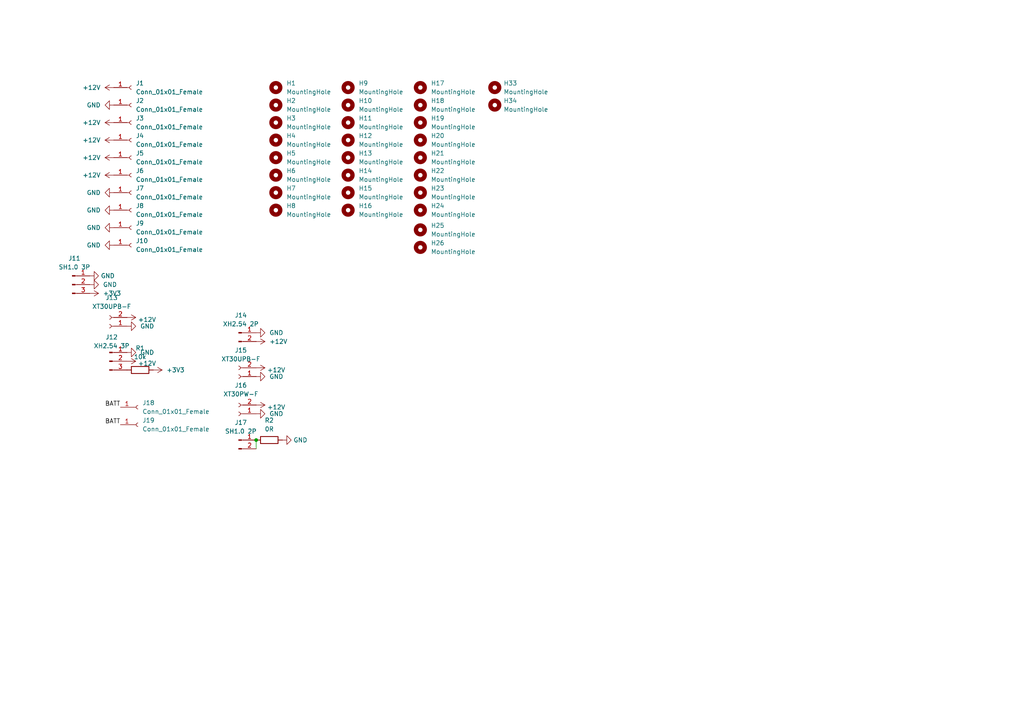
<source format=kicad_sch>
(kicad_sch (version 20230121) (generator eeschema)
  (paper "A4")
  (title_block (title "layer 2 schematic drawing") (date "2023-11-10") (company "8076ducc Robotics Competition Team"))
  (lib_symbols
    (symbol "+12V_1" (power) (pin_names (offset 0))
      (property "Value" "+12V_1" (at 0 3.556 0))
      (symbol "+12V_1_0_1"
        (polyline (pts (xy -0.762 1.27) (xy 0 2.54)))
        (polyline (pts (xy 0 0) (xy 0 2.54)))
        (polyline (pts (xy 0 2.54) (xy 0.762 1.27)))
      )
      (symbol "+12V_1_1_1"
        (pin power_in line (at 0 0 90) (length 0) hide (name "+12V") (number "1"))
      )
    )
    (symbol "Connector:Conn_01x01_Female" (pin_names (offset 1.016) hide)
      (property "Reference" "J" (at 0 2.54 0))
      (property "Value" "Conn_01x01_Female" (at 0 -2.54 0))
      (symbol "Conn_01x01_Female_1_1"
        (polyline (pts (xy -1.27 0) (xy -0.508 0)) (stroke (width 0.1524)))
        (arc (start 0 0.508) (mid -0.5058 0) (end 0 -0.508) (stroke (width 0.1524)))
        (pin passive line (at -5.08 0 0) (length 3.81) (name "Pin_1") (number "1"))
      )
    )
    (symbol "Connector:Conn_01x02_Female" (pin_names (offset 1.016) hide)
      (property "Reference" "J" (at 0 2.54 0))
      (property "Value" "Conn_01x02_Female" (at 0 -5.08 0))
      (symbol "Conn_01x02_Female_1_1"
        (arc (start 0 -2.032) (mid -0.5058 -2.54) (end 0 -3.048) (stroke (width 0.1524)))
        (polyline (pts (xy -1.27 -2.54) (xy -0.508 -2.54)) (stroke (width 0.1524)))
        (polyline (pts (xy -1.27 0) (xy -0.508 0)) (stroke (width 0.1524)))
        (arc (start 0 0.508) (mid -0.5058 0) (end 0 -0.508) (stroke (width 0.1524)))
        (pin passive line (at -5.08 0 0) (length 3.81) (name "Pin_1") (number "1"))
        (pin passive line (at -5.08 -2.54 0) (length 3.81) (name "Pin_2") (number "2"))
      )
    )
    (symbol "Connector:Conn_01x02_Pin" (pin_names (offset 1.016) hide)
      (property "Reference" "J" (at 0 2.54 0))
      (property "Value" "Conn_01x02_Pin" (at 0 -5.08 0))
      (symbol "Conn_01x02_Pin_1_1"
        (polyline (pts (xy 1.27 -2.54) (xy 0.8636 -2.54)) (stroke (width 0.1524)))
        (polyline (pts (xy 1.27 0) (xy 0.8636 0)) (stroke (width 0.1524)))
        (rectangle (start 0.8636 -2.413) (end 0 -2.667) (stroke (width 0.1524)) (fill (type outline)))
        (rectangle (start 0.8636 0.127) (end 0 -0.127) (stroke (width 0.1524)) (fill (type outline)))
        (pin passive line (at 5.08 0 180) (length 3.81) (name "Pin_1") (number "1"))
        (pin passive line (at 5.08 -2.54 180) (length 3.81) (name "Pin_2") (number "2"))
      )
    )
    (symbol "Connector:Conn_01x03_Pin" (pin_names (offset 1.016) hide)
      (property "Reference" "J" (at 0 5.08 0))
      (property "Value" "Conn_01x03_Pin" (at 0 -5.08 0))
      (symbol "Conn_01x03_Pin_1_1"
        (polyline (pts (xy 1.27 -2.54) (xy 0.8636 -2.54)) (stroke (width 0.1524)))
        (polyline (pts (xy 1.27 0) (xy 0.8636 0)) (stroke (width 0.1524)))
        (polyline (pts (xy 1.27 2.54) (xy 0.8636 2.54)) (stroke (width 0.1524)))
        (rectangle (start 0.8636 -2.413) (end 0 -2.667) (stroke (width 0.1524)) (fill (type outline)))
        (rectangle (start 0.8636 0.127) (end 0 -0.127) (stroke (width 0.1524)) (fill (type outline)))
        (rectangle (start 0.8636 2.667) (end 0 2.413) (stroke (width 0.1524)) (fill (type outline)))
        (pin passive line (at 5.08 2.54 180) (length 3.81) (name "Pin_1") (number "1"))
        (pin passive line (at 5.08 0 180) (length 3.81) (name "Pin_2") (number "2"))
        (pin passive line (at 5.08 -2.54 180) (length 3.81) (name "Pin_3") (number "3"))
      )
    )
    (symbol "Device:R" (pin_numbers hide) (pin_names (offset 0))
      (property "Reference" "R" (at 2.032 0 90))
      (property "Value" "R" (at 0 0 90))
      (symbol "R_0_1"
        (rectangle (start -1.016 -2.54) (end 1.016 2.54) (stroke (width 0.254)))
      )
      (symbol "R_1_1"
        (pin passive line (at 0 3.81 270) (length 1.27) (name "~") (number "1"))
        (pin passive line (at 0 -3.81 90) (length 1.27) (name "~") (number "2"))
      )
    )
    (symbol "GND_1" (power) (pin_names (offset 0))
      (property "Value" "GND_1" (at 0 -3.81 0))
      (symbol "GND_1_0_1"
        (polyline (pts (xy 0 0) (xy 0 -1.27) (xy 1.27 -1.27) (xy 0 -2.54) (xy -1.27 -1.27) (xy 0 -1.27)))
      )
      (symbol "GND_1_1_1"
        (pin power_in line (at 0 0 270) (length 0) hide (name "GND") (number "1"))
      )
    )
    (symbol "Mechanical:MountingHole" (pin_names (offset 1.016))
      (property "Reference" "H" (at 0 5.08 0))
      (property "Value" "MountingHole" (at 0 3.175 0))
      (symbol "MountingHole_0_1"
        (circle (center 0 0) (radius 1.27) (stroke (width 1.27)))
      )
    )
    (symbol "power:+12V" (power) (pin_names (offset 0))
      (property "Value" "+12V" (at 0 3.556 0))
      (symbol "+12V_0_1"
        (polyline (pts (xy -0.762 1.27) (xy 0 2.54)))
        (polyline (pts (xy 0 0) (xy 0 2.54)))
        (polyline (pts (xy 0 2.54) (xy 0.762 1.27)))
      )
      (symbol "+12V_1_1"
        (pin power_in line (at 0 0 90) (length 0) hide (name "+12V") (number "1"))
      )
    )
    (symbol "power:+3V3" (power) (pin_names (offset 0))
      (property "Value" "+3V3" (at 0 3.556 0))
      (symbol "+3V3_0_1"
        (polyline (pts (xy -0.762 1.27) (xy 0 2.54)))
        (polyline (pts (xy 0 0) (xy 0 2.54)))
        (polyline (pts (xy 0 2.54) (xy 0.762 1.27)))
      )
      (symbol "+3V3_1_1"
        (pin power_in line (at 0 0 90) (length 0) hide (name "+3V3") (number "1"))
      )
    )
    (symbol "power:GND" (power) (pin_names (offset 0))
      (property "Value" "GND" (at 0 -3.81 0))
      (symbol "GND_0_1"
        (polyline (pts (xy 0 0) (xy 0 -1.27) (xy 1.27 -1.27) (xy 0 -2.54) (xy -1.27 -1.27) (xy 0 -1.27)))
      )
      (symbol "GND_1_1"
        (pin power_in line (at 0 0 270) (length 0) hide (name "GND") (number "1"))
      )
    )
  )
  (junction (at 74.295 127.635))
  (wire (pts (xy 74.295 127.635) (xy 74.295 130.175)))
  (label "BATT" (at 34.925 123.19 180))
  (label "BATT" (at 34.925 118.11 180))
  (symbol (lib_id "Connector:Conn_01x01_Female") (at 38.1 60.96 0) (unit 1)
    (property "Reference" "J8" (at 39.37 59.6899 0) (effects (justify left)))
    (property "Value" "Conn_01x01_Female" (at 39.37 62.2299 0) (effects (justify left)))
    (property "Footprint" "Connector_Wire:SolderWire-2sqmm_1x01_D2mm_OD3.9mm" (effects hide))
  )
  (symbol (lib_id "Connector:Conn_01x02_Pin") (at 69.215 127.635 0) (unit 1)
    (property "Reference" "J17" (at 69.85 122.555 0))
    (property "Value" "SH1.0 2P" (at 69.85 125.095 0))
    (property "Footprint" "Connector_JST:JST_SH_SM02B-SRSS-TB_1x02-1MP_P1.00mm_Horizontal" (effects hide))
  )
  (symbol (lib_id "power:GND") (at 26.035 82.55 90) (unit 1)
    (property "Reference" "#PWR02" (effects hide))
    (property "Value" "GND" (at 29.845 82.55 90) (effects (justify right)))
  )
  (symbol (lib_id "Connector:Conn_01x01_Female") (at 40.005 123.19 0) (unit 1)
    (property "Reference" "J19" (at 41.275 121.9199 0) (effects (justify left)))
    (property "Value" "Conn_01x01_Female" (at 41.275 124.4599 0) (effects (justify left)))
    (property "Footprint" "Connector_Wire:SolderWire-2.5sqmm_1x01_D2.4mm_OD4.4mm" (effects hide))
  )
  (symbol (lib_id "Connector:Conn_01x02_Pin") (at 69.215 96.52 0) (unit 1)
    (property "Reference" "J14" (at 69.85 91.44 0))
    (property "Value" "XH2.54 2P" (at 69.85 93.98 0))
    (property "Footprint" "Connector_JST:JST_XH_B2B-XH-A_1x02_P2.50mm_Vertical" (effects hide))
  )
  (symbol (lib_name "GND_1") (lib_id "power:GND") (at 81.915 127.635 90) (unit 1)
    (property "Reference" "#PWR013" (effects hide))
    (property "Value" "GND" (at 85.09 127.635 90) (effects (justify right)))
  )
  (symbol (lib_id "Connector:Conn_01x03_Pin") (at 20.955 82.55 0) (unit 1)
    (property "Reference" "J11" (at 21.59 74.93 0))
    (property "Value" "SH1.0 3P" (at 21.59 77.47 0))
    (property "Footprint" "Connector_JST:JST_SH_SM03B-SRSS-TB_1x03-1MP_P1.00mm_Horizontal" (effects hide))
  )
  (symbol (lib_id "power:GND") (at 74.295 109.22 90) (unit 1)
    (property "Reference" "#PWR010" (effects hide))
    (property "Value" "GND" (at 78.105 109.22 90) (effects (justify right)))
  )
  (symbol (lib_id "Connector:Conn_01x02_Female") (at 31.75 94.615 180) (unit 1)
    (property "Reference" "J13" (at 32.385 86.36 0))
    (property "Value" "XT30UPB-F" (at 32.385 88.9 0))
    (property "Footprint" "Connector_AMASS:AMASS_XT30UPB-F_1x02_P5.0mm_Vertical" (effects hide))
  )
  (symbol (lib_id "Connector:Conn_01x01_Female") (at 38.1 66.04 0) (unit 1)
    (property "Reference" "J9" (at 39.37 64.7699 0) (effects (justify left)))
    (property "Value" "Conn_01x01_Female" (at 39.37 67.3099 0) (effects (justify left)))
    (property "Footprint" "Connector_Wire:SolderWire-2sqmm_1x01_D2mm_OD3.9mm" (effects hide))
  )
  (symbol (lib_id "Mechanical:MountingHole") (at 121.92 66.675 0) (unit 1)
    (property "Reference" "H25" (at 124.968 65.4049 0) (effects (justify left)))
    (property "Value" "MountingHole" (at 124.968 67.9449 0) (effects (justify left)))
    (property "Footprint" "MountingHole:MountingHole_3.2mm_M3_Pad" (effects hide))
  )
  (symbol (lib_id "Mechanical:MountingHole") (at 100.965 25.4 0) (unit 1)
    (property "Reference" "H9" (at 104.013 24.1299 0) (effects (justify left)))
    (property "Value" "MountingHole" (at 104.013 26.6699 0) (effects (justify left)))
    (property "Footprint" "MountingHole:MountingHole_3.2mm_M3_Pad" (effects hide))
  )
  (symbol (lib_id "Mechanical:MountingHole") (at 100.965 45.72 0) (unit 1)
    (property "Reference" "H13" (at 104.013 44.4499 0) (effects (justify left)))
    (property "Value" "MountingHole" (at 104.013 46.9899 0) (effects (justify left)))
    (property "Footprint" "MountingHole:MountingHole_3.2mm_M3_Pad" (effects hide))
  )
  (symbol (lib_id "power:+3V3") (at 26.035 85.09 270) (unit 1)
    (property "Reference" "#PWR016" (effects hide))
    (property "Value" "+3V3" (at 29.845 85.09 90) (effects (justify left)))
  )
  (symbol (lib_id "power:GND") (at 33.02 71.12 270) (unit 1)
    (property "Reference" "#PWR0105" (effects hide))
    (property "Value" "GND" (at 29.21 71.1199 90) (effects (justify right)))
  )
  (symbol (lib_id "Mechanical:MountingHole") (at 121.92 40.64 0) (unit 1)
    (property "Reference" "H20" (at 124.968 39.3699 0) (effects (justify left)))
    (property "Value" "MountingHole" (at 124.968 41.9099 0) (effects (justify left)))
    (property "Footprint" "MountingHole:MountingHole_3.2mm_M3_Pad" (effects hide))
  )
  (symbol (lib_id "power:+12V") (at 33.02 45.72 90) (unit 1)
    (property "Reference" "#PWR019" (effects hide))
    (property "Value" "+12V" (at 29.21 45.7199 90) (effects (justify left)))
  )
  (symbol (lib_id "power:GND") (at 33.02 66.04 270) (unit 1)
    (property "Reference" "#PWR018" (effects hide))
    (property "Value" "GND" (at 29.21 66.0399 90) (effects (justify right)))
  )
  (symbol (lib_id "Connector:Conn_01x02_Female") (at 69.215 120.015 180) (unit 1)
    (property "Reference" "J16" (at 69.85 111.76 0))
    (property "Value" "XT30PW-F" (at 69.85 114.3 0))
    (property "Footprint" "Connector_AMASS:AMASS_XT30PW-F_1x02_P2.50mm_Horizontal" (effects hide))
  )
  (symbol (lib_id "power:GND") (at 26.035 80.01 90) (unit 1)
    (property "Reference" "#PWR01" (effects hide))
    (property "Value" "GND" (at 29.21 80.01 90) (effects (justify right)))
  )
  (symbol (lib_id "power:GND") (at 74.295 120.015 90) (unit 1)
    (property "Reference" "#PWR012" (effects hide))
    (property "Value" "GND" (at 78.105 120.015 90) (effects (justify right)))
  )
  (symbol (lib_id "Mechanical:MountingHole") (at 121.92 55.88 0) (unit 1)
    (property "Reference" "H23" (at 124.968 54.6099 0) (effects (justify left)))
    (property "Value" "MountingHole" (at 124.968 57.1499 0) (effects (justify left)))
    (property "Footprint" "MountingHole:MountingHole_3.2mm_M3_Pad" (effects hide))
  )
  (symbol (lib_id "power:GND") (at 74.295 96.52 90) (unit 1)
    (property "Reference" "#PWR07" (effects hide))
    (property "Value" "GND" (at 78.105 96.52 90) (effects (justify right)))
  )
  (symbol (lib_name "+12V_1") (lib_id "power:+12V") (at 74.295 106.68 270) (unit 1)
    (property "Reference" "#PWR09" (effects hide))
    (property "Value" "+12V" (at 77.47 107.315 90) (effects (justify left)))
  )
  (symbol (lib_id "power:GND") (at 33.02 60.96 270) (unit 1)
    (property "Reference" "#PWR0103" (effects hide))
    (property "Value" "GND" (at 29.21 60.9599 90) (effects (justify right)))
  )
  (symbol (lib_id "Connector:Conn_01x01_Female") (at 38.1 45.72 0) (unit 1)
    (property "Reference" "J5" (at 39.37 44.4499 0) (effects (justify left)))
    (property "Value" "Conn_01x01_Female" (at 39.37 46.9899 0) (effects (justify left)))
    (property "Footprint" "Connector_Wire:SolderWire-2sqmm_1x01_D2mm_OD3.9mm" (effects hide))
  )
  (symbol (lib_id "Mechanical:MountingHole") (at 80.01 25.4 0) (unit 1)
    (property "Reference" "H1" (at 83.058 24.1299 0) (effects (justify left)))
    (property "Value" "MountingHole" (at 83.058 26.6699 0) (effects (justify left)))
    (property "Footprint" "MountingHole:MountingHole_3.2mm_M3_Pad" (effects hide))
  )
  (symbol (lib_id "power:GND") (at 33.02 30.48 270) (unit 1)
    (property "Reference" "#PWR0109" (effects hide))
    (property "Value" "GND" (at 29.21 30.4799 90) (effects (justify right)))
  )
  (symbol (lib_id "Device:R") (at 40.64 107.315 90) (unit 1)
    (property "Reference" "R1" (at 40.64 100.965 90))
    (property "Value" "10k" (at 40.64 103.505 90))
    (property "Footprint" "Resistor_SMD:R_0603_1608Metric" (effects hide))
  )
  (symbol (lib_id "Connector:Conn_01x01_Female") (at 38.1 30.48 0) (unit 1)
    (property "Reference" "J2" (at 39.37 29.2099 0) (effects (justify left)))
    (property "Value" "Conn_01x01_Female" (at 39.37 31.7499 0) (effects (justify left)))
    (property "Footprint" "Connector_Wire:SolderWire-2.5sqmm_1x01_D2.4mm_OD4.4mm" (effects hide))
  )
  (symbol (lib_id "power:+12V") (at 33.02 40.64 90) (unit 1)
    (property "Reference" "#PWR0104" (effects hide))
    (property "Value" "+12V" (at 29.21 40.6399 90) (effects (justify left)))
  )
  (symbol (lib_id "Mechanical:MountingHole") (at 100.965 60.96 0) (unit 1)
    (property "Reference" "H16" (at 104.013 59.6899 0) (effects (justify left)))
    (property "Value" "MountingHole" (at 104.013 62.2299 0) (effects (justify left)))
    (property "Footprint" "MountingHole:MountingHole_3.2mm_M3_Pad" (effects hide))
  )
  (symbol (lib_id "Device:R") (at 78.105 127.635 90) (unit 1)
    (property "Reference" "R2" (at 78.105 121.92 90))
    (property "Value" "0R" (at 78.105 124.46 90))
    (property "Footprint" "Resistor_SMD:R_2512_6332Metric" (effects hide))
  )
  (symbol (lib_id "Mechanical:MountingHole") (at 80.01 55.88 0) (unit 1)
    (property "Reference" "H7" (at 83.058 54.6099 0) (effects (justify left)))
    (property "Value" "MountingHole" (at 83.058 57.1499 0) (effects (justify left)))
    (property "Footprint" "MountingHole:MountingHole_3.2mm_M3_Pad" (effects hide))
  )
  (symbol (lib_id "power:+3V3") (at 44.45 107.315 270) (unit 1)
    (property "Reference" "#PWR015" (effects hide))
    (property "Value" "+3V3" (at 48.26 107.315 90) (effects (justify left)))
  )
  (symbol (lib_id "power:GND") (at 33.02 55.88 270) (unit 1)
    (property "Reference" "#PWR017" (effects hide))
    (property "Value" "GND" (at 29.21 55.8799 90) (effects (justify right)))
  )
  (symbol (lib_id "Mechanical:MountingHole") (at 121.92 45.72 0) (unit 1)
    (property "Reference" "H21" (at 124.968 44.4499 0) (effects (justify left)))
    (property "Value" "MountingHole" (at 124.968 46.9899 0) (effects (justify left)))
    (property "Footprint" "MountingHole:MountingHole_3.2mm_M3_Pad" (effects hide))
  )
  (symbol (lib_id "Mechanical:MountingHole") (at 100.965 40.64 0) (unit 1)
    (property "Reference" "H12" (at 104.013 39.3699 0) (effects (justify left)))
    (property "Value" "MountingHole" (at 104.013 41.9099 0) (effects (justify left)))
    (property "Footprint" "MountingHole:MountingHole_3.2mm_M3_Pad" (effects hide))
  )
  (symbol (lib_id "Connector:Conn_01x02_Female") (at 69.215 109.22 180) (unit 1)
    (property "Reference" "J15" (at 69.85 101.6 0))
    (property "Value" "XT30UPB-F" (at 69.85 104.14 0))
    (property "Footprint" "Connector_AMASS:AMASS_XT30UPB-F_1x02_P5.0mm_Vertical" (effects hide))
  )
  (symbol (lib_id "Mechanical:MountingHole") (at 100.965 55.88 0) (unit 1)
    (property "Reference" "H15" (at 104.013 54.6099 0) (effects (justify left)))
    (property "Value" "MountingHole" (at 104.013 57.1499 0) (effects (justify left)))
    (property "Footprint" "MountingHole:MountingHole_3.2mm_M3_Pad" (effects hide))
  )
  (symbol (lib_id "Mechanical:MountingHole") (at 80.01 60.96 0) (unit 1)
    (property "Reference" "H8" (at 83.058 59.6899 0) (effects (justify left)))
    (property "Value" "MountingHole" (at 83.058 62.2299 0) (effects (justify left)))
    (property "Footprint" "MountingHole:MountingHole_3.2mm_M3_Pad" (effects hide))
  )
  (symbol (lib_id "Mechanical:MountingHole") (at 121.92 25.4 0) (unit 1)
    (property "Reference" "H17" (at 124.968 24.1299 0) (effects (justify left)))
    (property "Value" "MountingHole" (at 124.968 26.6699 0) (effects (justify left)))
    (property "Footprint" "MountingHole:MountingHole_3.2mm_M3_Pad" (effects hide))
  )
  (symbol (lib_name "+12V_1") (lib_id "power:+12V") (at 36.83 104.775 270) (unit 1)
    (property "Reference" "#PWR05" (effects hide))
    (property "Value" "+12V" (at 40.005 105.41 90) (effects (justify left)))
  )
  (symbol (lib_id "Mechanical:MountingHole") (at 80.01 50.8 0) (unit 1)
    (property "Reference" "H6" (at 83.058 49.5299 0) (effects (justify left)))
    (property "Value" "MountingHole" (at 83.058 52.0699 0) (effects (justify left)))
    (property "Footprint" "MountingHole:MountingHole_3.2mm_M3_Pad" (effects hide))
  )
  (symbol (lib_id "Connector:Conn_01x01_Female") (at 38.1 35.56 0) (unit 1)
    (property "Reference" "J3" (at 39.37 34.2899 0) (effects (justify left)))
    (property "Value" "Conn_01x01_Female" (at 39.37 36.8299 0) (effects (justify left)))
    (property "Footprint" "Connector_Wire:SolderWire-2sqmm_1x01_D2mm_OD3.9mm" (effects hide))
  )
  (symbol (lib_id "power:+12V") (at 33.02 50.8 90) (unit 1)
    (property "Reference" "#PWR020" (effects hide))
    (property "Value" "+12V" (at 29.21 50.7999 90) (effects (justify left)))
  )
  (symbol (lib_id "Connector:Conn_01x01_Female") (at 38.1 50.8 0) (unit 1)
    (property "Reference" "J6" (at 39.37 49.5299 0) (effects (justify left)))
    (property "Value" "Conn_01x01_Female" (at 39.37 52.0699 0) (effects (justify left)))
    (property "Footprint" "Connector_Wire:SolderWire-2sqmm_1x01_D2mm_OD3.9mm" (effects hide))
  )
  (symbol (lib_id "Mechanical:MountingHole") (at 143.51 25.4 0) (unit 1)
    (property "Reference" "H33" (at 146.05 24.1299 0) (effects (justify left)))
    (property "Value" "MountingHole" (at 146.05 26.6699 0) (effects (justify left)))
    (property "Footprint" "MountingHole:MountingHole_2.2mm_M2_Pad" (effects hide))
  )
  (symbol (lib_id "Mechanical:MountingHole") (at 121.92 35.56 0) (unit 1)
    (property "Reference" "H19" (at 124.968 34.2899 0) (effects (justify left)))
    (property "Value" "MountingHole" (at 124.968 36.8299 0) (effects (justify left)))
    (property "Footprint" "MountingHole:MountingHole_3.2mm_M3_Pad" (effects hide))
  )
  (symbol (lib_id "Connector:Conn_01x03_Pin") (at 31.75 104.775 0) (unit 1)
    (property "Reference" "J12" (at 32.385 97.79 0))
    (property "Value" "XH2.54 3P" (at 32.385 100.33 0))
    (property "Footprint" "Connector_JST:JST_XH_B3B-XH-A_1x03_P2.50mm_Vertical" (effects hide))
  )
  (symbol (lib_id "Mechanical:MountingHole") (at 80.01 40.64 0) (unit 1)
    (property "Reference" "H4" (at 83.058 39.3699 0) (effects (justify left)))
    (property "Value" "MountingHole" (at 83.058 41.9099 0) (effects (justify left)))
    (property "Footprint" "MountingHole:MountingHole_3.2mm_M3_Pad" (effects hide))
  )
  (symbol (lib_id "power:+12V") (at 33.02 35.56 90) (unit 1)
    (property "Reference" "#PWR0101" (effects hide))
    (property "Value" "+12V" (at 29.21 35.5599 90) (effects (justify left)))
  )
  (symbol (lib_id "Mechanical:MountingHole") (at 121.92 30.48 0) (unit 1)
    (property "Reference" "H18" (at 124.968 29.2099 0) (effects (justify left)))
    (property "Value" "MountingHole" (at 124.968 31.7499 0) (effects (justify left)))
    (property "Footprint" "MountingHole:MountingHole_3.2mm_M3_Pad" (effects hide))
  )
  (symbol (lib_name "+12V_1") (lib_id "power:+12V") (at 74.295 117.475 270) (unit 1)
    (property "Reference" "#PWR011" (effects hide))
    (property "Value" "+12V" (at 77.47 118.11 90) (effects (justify left)))
  )
  (symbol (lib_id "Connector:Conn_01x01_Female") (at 38.1 25.4 0) (unit 1)
    (property "Reference" "J1" (at 39.37 24.1299 0) (effects (justify left)))
    (property "Value" "Conn_01x01_Female" (at 39.37 26.6699 0) (effects (justify left)))
    (property "Footprint" "Connector_Wire:SolderWire-2.5sqmm_1x01_D2.4mm_OD4.4mm" (effects hide))
  )
  (symbol (lib_id "Mechanical:MountingHole") (at 80.01 45.72 0) (unit 1)
    (property "Reference" "H5" (at 83.058 44.4499 0) (effects (justify left)))
    (property "Value" "MountingHole" (at 83.058 46.9899 0) (effects (justify left)))
    (property "Footprint" "MountingHole:MountingHole_3.2mm_M3_Pad" (effects hide))
  )
  (symbol (lib_id "Mechanical:MountingHole") (at 100.965 30.48 0) (unit 1)
    (property "Reference" "H10" (at 104.013 29.2099 0) (effects (justify left)))
    (property "Value" "MountingHole" (at 104.013 31.7499 0) (effects (justify left)))
    (property "Footprint" "MountingHole:MountingHole_3.2mm_M3_Pad" (effects hide))
  )
  (symbol (lib_name "+12V_1") (lib_id "power:+12V") (at 36.83 92.075 270) (unit 1)
    (property "Reference" "#PWR03" (effects hide))
    (property "Value" "+12V" (at 40.005 92.71 90) (effects (justify left)))
  )
  (symbol (lib_id "power:+12V") (at 33.02 25.4 90) (unit 1)
    (property "Reference" "#PWR0110" (effects hide))
    (property "Value" "+12V" (at 29.21 25.3999 90) (effects (justify left)))
  )
  (symbol (lib_id "Mechanical:MountingHole") (at 121.92 50.8 0) (unit 1)
    (property "Reference" "H22" (at 124.968 49.5299 0) (effects (justify left)))
    (property "Value" "MountingHole" (at 124.968 52.0699 0) (effects (justify left)))
    (property "Footprint" "MountingHole:MountingHole_3.2mm_M3_Pad" (effects hide))
  )
  (symbol (lib_id "Connector:Conn_01x01_Female") (at 38.1 71.12 0) (unit 1)
    (property "Reference" "J10" (at 39.37 69.8499 0) (effects (justify left)))
    (property "Value" "Conn_01x01_Female" (at 39.37 72.3899 0) (effects (justify left)))
    (property "Footprint" "Connector_Wire:SolderWire-2sqmm_1x01_D2mm_OD3.9mm" (effects hide))
  )
  (symbol (lib_id "Mechanical:MountingHole") (at 121.92 71.755 0) (unit 1)
    (property "Reference" "H26" (at 124.968 70.4849 0) (effects (justify left)))
    (property "Value" "MountingHole" (at 124.968 73.0249 0) (effects (justify left)))
    (property "Footprint" "MountingHole:MountingHole_3.2mm_M3_Pad" (effects hide))
  )
  (symbol (lib_id "power:GND") (at 36.83 94.615 90) (unit 1)
    (property "Reference" "#PWR04" (effects hide))
    (property "Value" "GND" (at 40.64 94.615 90) (effects (justify right)))
  )
  (symbol (lib_id "power:GND") (at 36.83 102.235 90) (unit 1)
    (property "Reference" "#PWR06" (effects hide))
    (property "Value" "GND" (at 40.64 102.235 90) (effects (justify right)))
  )
  (symbol (lib_id "Connector:Conn_01x01_Female") (at 38.1 40.64 0) (unit 1)
    (property "Reference" "J4" (at 39.37 39.3699 0) (effects (justify left)))
    (property "Value" "Conn_01x01_Female" (at 39.37 41.9099 0) (effects (justify left)))
    (property "Footprint" "Connector_Wire:SolderWire-2sqmm_1x01_D2mm_OD3.9mm" (effects hide))
  )
  (symbol (lib_id "Mechanical:MountingHole") (at 121.92 60.96 0) (unit 1)
    (property "Reference" "H24" (at 124.968 59.6899 0) (effects (justify left)))
    (property "Value" "MountingHole" (at 124.968 62.2299 0) (effects (justify left)))
    (property "Footprint" "MountingHole:MountingHole_3.2mm_M3_Pad" (effects hide))
  )
  (symbol (lib_id "Connector:Conn_01x01_Female") (at 40.005 118.11 0) (unit 1)
    (property "Reference" "J18" (at 41.275 116.8399 0) (effects (justify left)))
    (property "Value" "Conn_01x01_Female" (at 41.275 119.3799 0) (effects (justify left)))
    (property "Footprint" "Connector_Wire:SolderWire-2.5sqmm_1x01_D2.4mm_OD4.4mm" (effects hide))
  )
  (symbol (lib_id "Mechanical:MountingHole") (at 80.01 35.56 0) (unit 1)
    (property "Reference" "H3" (at 83.058 34.2899 0) (effects (justify left)))
    (property "Value" "MountingHole" (at 83.058 36.8299 0) (effects (justify left)))
    (property "Footprint" "MountingHole:MountingHole_3.2mm_M3_Pad" (effects hide))
  )
  (symbol (lib_id "Mechanical:MountingHole") (at 100.965 50.8 0) (unit 1)
    (property "Reference" "H14" (at 104.013 49.5299 0) (effects (justify left)))
    (property "Value" "MountingHole" (at 104.013 52.0699 0) (effects (justify left)))
    (property "Footprint" "MountingHole:MountingHole_3.2mm_M3_Pad" (effects hide))
  )
  (symbol (lib_id "Mechanical:MountingHole") (at 80.01 30.48 0) (unit 1)
    (property "Reference" "H2" (at 83.058 29.2099 0) (effects (justify left)))
    (property "Value" "MountingHole" (at 83.058 31.7499 0) (effects (justify left)))
    (property "Footprint" "MountingHole:MountingHole_3.2mm_M3_Pad" (effects hide))
  )
  (symbol (lib_id "Mechanical:MountingHole") (at 143.51 30.48 0) (unit 1)
    (property "Reference" "H34" (at 146.05 29.2099 0) (effects (justify left)))
    (property "Value" "MountingHole" (at 146.05 31.7499 0) (effects (justify left)))
    (property "Footprint" "MountingHole:MountingHole_2.2mm_M2_Pad" (effects hide))
  )
  (symbol (lib_id "Connector:Conn_01x01_Female") (at 38.1 55.88 0) (unit 1)
    (property "Reference" "J7" (at 39.37 54.6099 0) (effects (justify left)))
    (property "Value" "Conn_01x01_Female" (at 39.37 57.1499 0) (effects (justify left)))
    (property "Footprint" "Connector_Wire:SolderWire-2sqmm_1x01_D2mm_OD3.9mm" (effects hide))
  )
  (symbol (lib_id "Mechanical:MountingHole") (at 100.965 35.56 0) (unit 1)
    (property "Reference" "H11" (at 104.013 34.2899 0) (effects (justify left)))
    (property "Value" "MountingHole" (at 104.013 36.8299 0) (effects (justify left)))
    (property "Footprint" "MountingHole:MountingHole_3.2mm_M3_Pad" (effects hide))
  )
  (symbol (lib_name "+12V_1") (lib_id "power:+12V") (at 74.295 99.06 270) (unit 1)
    (property "Reference" "#PWR08" (effects hide))
    (property "Value" "+12V" (at 78.105 99.06 90) (effects (justify left)))
  )
)
</source>
